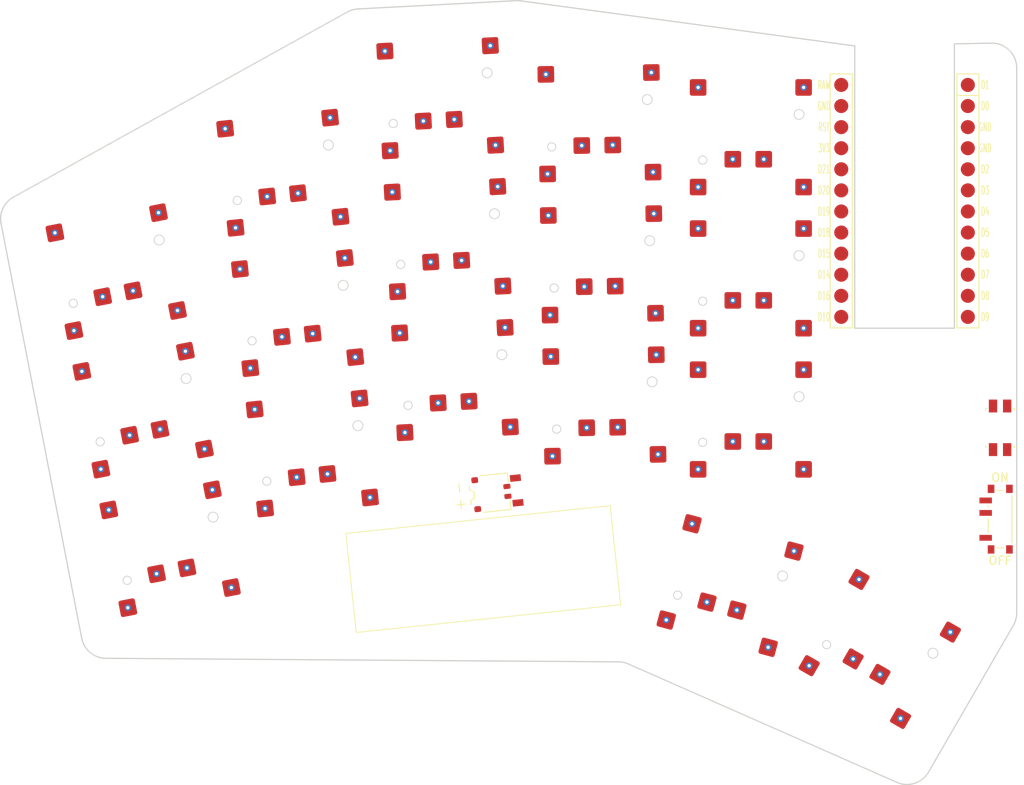
<source format=kicad_pcb>
(kicad_pcb (version 20240108) (generator "ergogen") (generator_version "4.1.0")
  (title_block (title "slimsplaydy_left_unrouted") (date "2025-05-30") (rev "v1.0.0") (company "Unknown"))
  (layers (0 "F.Cu" signal) (31 "B.Cu" signal) (34 "B.Paste" user) (35 "F.Paste" user) (36 "B.SilkS" user "B.Silkscreen") (37 "F.SilkS" user "F.Silkscreen") (38 "B.Mask" user) (39 "F.Mask" user) (44 "Edge.Cuts" user))
  (net 0 "")
  (net 1 "hand_pinky_bottom")
  (net 2 "GND")
  (net 3 "hand_pinky_home")
  (net 4 "hand_pinky_top")
  (net 5 "hand_ring_bottom")
  (net 6 "hand_ring_home")
  (net 7 "hand_ring_top")
  (net 8 "hand_middle_bottom")
  (net 9 "hand_middle_home")
  (net 10 "hand_middle_top")
  (net 11 "hand_index_bottom")
  (net 12 "hand_index_home")
  (net 13 "hand_index_top")
  (net 14 "hand_inner_bottom")
  (net 15 "hand_inner_home")
  (net 16 "hand_inner_top")
  (net 17 "thumb_near_fan")
  (net 18 "thumb_far_fan")
  (net 19 "RAW")
  (net 20 "RST")
  (net 21 "3V3")
  (net 22 "D1")
  (net 23 "P101")
  (net 24 "P102")
  (net 25 "P107")
  (net 26 "MCU1_24")
  (net 27 "MCU1_1")
  (net 28 "MCU1_23")
  (net 29 "MCU1_2")
  (net 30 "MCU1_22")
  (net 31 "MCU1_3")
  (net 32 "MCU1_21")
  (net 33 "MCU1_4")
  (net 34 "MCU1_20")
  (net 35 "MCU1_5")
  (net 36 "MCU1_19")
  (net 37 "MCU1_6")
  (net 38 "MCU1_18")
  (net 39 "MCU1_7")
  (net 40 "MCU1_17")
  (net 41 "MCU1_8")
  (net 42 "MCU1_16")
  (net 43 "MCU1_9")
  (net 44 "MCU1_15")
  (net 45 "MCU1_10")
  (net 46 "MCU1_14")
  (net 47 "MCU1_11")
  (net 48 "MCU1_13")
  (net 49 "MCU1_12")
  (net 50 "BAT_P")
  (footprint "PG1316S" (at 109.0596139 141.7956297 11) (layer "F.Cu")
    (property "Reference" "S1" hide)
    (fp_circle (center -5.8 2.75) (end -5.3 2.75) (stroke (width 0.1)) (fill none) (layer "Edge.Cuts"))
    (fp_circle (center 5.8 -2.75) (end 6.4 -2.75) (stroke (width 0.1)) (fill none) (layer "Edge.Cuts"))
    (pad "1" smd roundrect (at -2.175 2.65 11) (size 2 2) (layers "F.Cu" "F.Paste" "F.Mask") (roundrect_rratio 0.125) (net 1 "hand_pinky_bottom"))
    (pad "2" smd roundrect (at 1.55 2.65 11) (size 2 2) (layers "F.Cu" "F.Paste" "F.Mask") (roundrect_rratio 0.125) (net 2 "GND"))
    (pad "3" smd roundrect (at -6.35 -6 11) (size 2 2) (layers "F.Cu" "F.Paste" "F.Mask") (roundrect_rratio 0.125) (net 2 "GND"))
    (pad "3" smd roundrect (at -6.35 6 11) (size 2 2) (layers "F.Cu" "F.Paste" "F.Mask") (roundrect_rratio 0.125) (net 2 "GND"))
    (pad "3" smd roundrect (at 6.35 -6 11) (size 2 2) (layers "F.Cu" "F.Paste" "F.Mask") (roundrect_rratio 0.125) (net 2 "GND"))
    (pad "3" smd roundrect (at 6.35 6 11) (size 2 2) (layers "F.Cu" "F.Paste" "F.Mask") (roundrect_rratio 0.125) (net 2 "GND"))
    (pad "" thru_hole circle (at -2.175 2.65 11) (size 0.8 0.8) (layers "F.Cu" "B.Cu" "F.Paste" "B.Paste" "F.Mask" "B.Mask") (drill 0.4) (net 1 "hand_pinky_bottom"))
    (pad "" thru_hole circle (at 1.55 2.65 11) (size 0.8 0.8) (layers "F.Cu" "B.Cu" "F.Paste" "B.Paste" "F.Mask" "B.Mask") (drill 0.4) (net 2 "GND"))
    (pad "" thru_hole circle (at -6.35 -6 11) (size 0.8 0.8) (layers "F.Cu" "B.Cu" "F.Paste" "B.Paste" "F.Mask" "B.Mask") (drill 0.4) (net 2 "GND"))
    (pad "" thru_hole circle (at -6.35 6 11) (size 0.8 0.8) (layers "F.Cu" "B.Cu" "F.Paste" "B.Paste" "F.Mask" "B.Mask") (drill 0.4) (net 2 "GND"))
    (pad "" thru_hole circle (at 6.35 -6 11) (size 0.8 0.8) (layers "F.Cu" "B.Cu" "F.Paste" "B.Paste" "F.Mask" "B.Mask") (drill 0.4) (net 2 "GND"))
    (pad "" thru_hole circle (at 6.35 6 11) (size 0.8 0.8) (layers "F.Cu" "B.Cu" "F.Paste" "B.Paste" "F.Mask" "B.Mask") (drill 0.4) (net 2 "GND"))
  )
  (footprint "PG1316S" (at 105.815861 125.1079676 11) (layer "F.Cu")
    (property "Reference" "S2" hide)
    (fp_circle (center -5.8 2.75) (end -5.3 2.75) (stroke (width 0.1)) (fill none) (layer "Edge.Cuts"))
    (fp_circle (center 5.8 -2.75) (end 6.4 -2.75) (stroke (width 0.1)) (fill none) (layer "Edge.Cuts"))
    (pad "1" smd roundrect (at -2.175 2.65 11) (size 2 2) (layers "F.Cu" "F.Paste" "F.Mask") (roundrect_rratio 0.125) (net 3 "hand_pinky_home"))
    (pad "2" smd roundrect (at 1.55 2.65 11) (size 2 2) (layers "F.Cu" "F.Paste" "F.Mask") (roundrect_rratio 0.125) (net 2 "GND"))
    (pad "3" smd roundrect (at -6.35 -6 11) (size 2 2) (layers "F.Cu" "F.Paste" "F.Mask") (roundrect_rratio 0.125) (net 2 "GND"))
    (pad "3" smd roundrect (at -6.35 6 11) (size 2 2) (layers "F.Cu" "F.Paste" "F.Mask") (roundrect_rratio 0.125) (net 2 "GND"))
    (pad "3" smd roundrect (at 6.35 -6 11) (size 2 2) (layers "F.Cu" "F.Paste" "F.Mask") (roundrect_rratio 0.125) (net 2 "GND"))
    (pad "3" smd roundrect (at 6.35 6 11) (size 2 2) (layers "F.Cu" "F.Paste" "F.Mask") (roundrect_rratio 0.125) (net 2 "GND"))
    (pad "" thru_hole circle (at -2.175 2.65 11) (size 0.8 0.8) (layers "F.Cu" "B.Cu" "F.Paste" "B.Paste" "F.Mask" "B.Mask") (drill 0.4) (net 3 "hand_pinky_home"))
    (pad "" thru_hole circle (at 1.55 2.65 11) (size 0.8 0.8) (layers "F.Cu" "B.Cu" "F.Paste" "B.Paste" "F.Mask" "B.Mask") (drill 0.4) (net 2 "GND"))
    (pad "" thru_hole circle (at -6.35 -6 11) (size 0.8 0.8) (layers "F.Cu" "B.Cu" "F.Paste" "B.Paste" "F.Mask" "B.Mask") (drill 0.4) (net 2 "GND"))
    (pad "" thru_hole circle (at -6.35 6 11) (size 0.8 0.8) (layers "F.Cu" "B.Cu" "F.Paste" "B.Paste" "F.Mask" "B.Mask") (drill 0.4) (net 2 "GND"))
    (pad "" thru_hole circle (at 6.35 -6 11) (size 0.8 0.8) (layers "F.Cu" "B.Cu" "F.Paste" "B.Paste" "F.Mask" "B.Mask") (drill 0.4) (net 2 "GND"))
    (pad "" thru_hole circle (at 6.35 6 11) (size 0.8 0.8) (layers "F.Cu" "B.Cu" "F.Paste" "B.Paste" "F.Mask" "B.Mask") (drill 0.4) (net 2 "GND"))
  )
  (footprint "PG1316S" (at 102.5721081 108.4203055 11) (layer "F.Cu")
    (property "Reference" "S3" hide)
    (fp_circle (center -5.8 2.75) (end -5.3 2.75) (stroke (width 0.1)) (fill none) (layer "Edge.Cuts"))
    (fp_circle (center 5.8 -2.75) (end 6.4 -2.75) (stroke (width 0.1)) (fill none) (layer "Edge.Cuts"))
    (pad "1" smd roundrect (at -2.175 2.65 11) (size 2 2) (layers "F.Cu" "F.Paste" "F.Mask") (roundrect_rratio 0.125) (net 4 "hand_pinky_top"))
    (pad "2" smd roundrect (at 1.55 2.65 11) (size 2 2) (layers "F.Cu" "F.Paste" "F.Mask") (roundrect_rratio 0.125) (net 2 "GND"))
    (pad "3" smd roundrect (at -6.35 -6 11) (size 2 2) (layers "F.Cu" "F.Paste" "F.Mask") (roundrect_rratio 0.125) (net 2 "GND"))
    (pad "3" smd roundrect (at -6.35 6 11) (size 2 2) (layers "F.Cu" "F.Paste" "F.Mask") (roundrect_rratio 0.125) (net 2 "GND"))
    (pad "3" smd roundrect (at 6.35 -6 11) (size 2 2) (layers "F.Cu" "F.Paste" "F.Mask") (roundrect_rratio 0.125) (net 2 "GND"))
    (pad "3" smd roundrect (at 6.35 6 11) (size 2 2) (layers "F.Cu" "F.Paste" "F.Mask") (roundrect_rratio 0.125) (net 2 "GND"))
    (pad "" thru_hole circle (at -2.175 2.65 11) (size 0.8 0.8) (layers "F.Cu" "B.Cu" "F.Paste" "B.Paste" "F.Mask" "B.Mask") (drill 0.4) (net 4 "hand_pinky_top"))
    (pad "" thru_hole circle (at 1.55 2.65 11) (size 0.8 0.8) (layers "F.Cu" "B.Cu" "F.Paste" "B.Paste" "F.Mask" "B.Mask") (drill 0.4) (net 2 "GND"))
    (pad "" thru_hole circle (at -6.35 -6 11) (size 0.8 0.8) (layers "F.Cu" "B.Cu" "F.Paste" "B.Paste" "F.Mask" "B.Mask") (drill 0.4) (net 2 "GND"))
    (pad "" thru_hole circle (at -6.35 6 11) (size 0.8 0.8) (layers "F.Cu" "B.Cu" "F.Paste" "B.Paste" "F.Mask" "B.Mask") (drill 0.4) (net 2 "GND"))
    (pad "" thru_hole circle (at 6.35 -6 11) (size 0.8 0.8) (layers "F.Cu" "B.Cu" "F.Paste" "B.Paste" "F.Mask" "B.Mask") (drill 0.4) (net 2 "GND"))
    (pad "" thru_hole circle (at 6.35 6 11) (size 0.8 0.8) (layers "F.Cu" "B.Cu" "F.Paste" "B.Paste" "F.Mask" "B.Mask") (drill 0.4) (net 2 "GND"))
  )
  (footprint "PG1316S" (at 126.1840585 130.3172413 6) (layer "F.Cu")
    (property "Reference" "S4" hide)
    (fp_circle (center -5.8 2.75) (end -5.3 2.75) (stroke (width 0.1)) (fill none) (layer "Edge.Cuts"))
    (fp_circle (center 5.8 -2.75) (end 6.4 -2.75) (stroke (width 0.1)) (fill none) (layer "Edge.Cuts"))
    (pad "1" smd roundrect (at -2.175 2.65 6) (size 2 2) (layers "F.Cu" "F.Paste" "F.Mask") (roundrect_rratio 0.125) (net 5 "hand_ring_bottom"))
    (pad "2" smd roundrect (at 1.55 2.65 6) (size 2 2) (layers "F.Cu" "F.Paste" "F.Mask") (roundrect_rratio 0.125) (net 2 "GND"))
    (pad "3" smd roundrect (at -6.35 -6 6) (size 2 2) (layers "F.Cu" "F.Paste" "F.Mask") (roundrect_rratio 0.125) (net 2 "GND"))
    (pad "3" smd roundrect (at -6.35 6 6) (size 2 2) (layers "F.Cu" "F.Paste" "F.Mask") (roundrect_rratio 0.125) (net 2 "GND"))
    (pad "3" smd roundrect (at 6.35 -6 6) (size 2 2) (layers "F.Cu" "F.Paste" "F.Mask") (roundrect_rratio 0.125) (net 2 "GND"))
    (pad "3" smd roundrect (at 6.35 6 6) (size 2 2) (layers "F.Cu" "F.Paste" "F.Mask") (roundrect_rratio 0.125) (net 2 "GND"))
    (pad "" thru_hole circle (at -2.175 2.65 6) (size 0.8 0.8) (layers "F.Cu" "B.Cu" "F.Paste" "B.Paste" "F.Mask" "B.Mask") (drill 0.4) (net 5 "hand_ring_bottom"))
    (pad "" thru_hole circle (at 1.55 2.65 6) (size 0.8 0.8) (layers "F.Cu" "B.Cu" "F.Paste" "B.Paste" "F.Mask" "B.Mask") (drill 0.4) (net 2 "GND"))
    (pad "" thru_hole circle (at -6.35 -6 6) (size 0.8 0.8) (layers "F.Cu" "B.Cu" "F.Paste" "B.Paste" "F.Mask" "B.Mask") (drill 0.4) (net 2 "GND"))
    (pad "" thru_hole circle (at -6.35 6 6) (size 0.8 0.8) (layers "F.Cu" "B.Cu" "F.Paste" "B.Paste" "F.Mask" "B.Mask") (drill 0.4) (net 2 "GND"))
    (pad "" thru_hole circle (at 6.35 -6 6) (size 0.8 0.8) (layers "F.Cu" "B.Cu" "F.Paste" "B.Paste" "F.Mask" "B.Mask") (drill 0.4) (net 2 "GND"))
    (pad "" thru_hole circle (at 6.35 6 6) (size 0.8 0.8) (layers "F.Cu" "B.Cu" "F.Paste" "B.Paste" "F.Mask" "B.Mask") (drill 0.4) (net 2 "GND"))
  )
  (footprint "PG1316S" (at 124.4070746 113.4103691 6) (layer "F.Cu")
    (property "Reference" "S5" hide)
    (fp_circle (center -5.8 2.75) (end -5.3 2.75) (stroke (width 0.1)) (fill none) (layer "Edge.Cuts"))
    (fp_circle (center 5.8 -2.75) (end 6.4 -2.75) (stroke (width 0.1)) (fill none) (layer "Edge.Cuts"))
    (pad "1" smd roundrect (at -2.175 2.65 6) (size 2 2) (layers "F.Cu" "F.Paste" "F.Mask") (roundrect_rratio 0.125) (net 6 "hand_ring_home"))
    (pad "2" smd roundrect (at 1.55 2.65 6) (size 2 2) (layers "F.Cu" "F.Paste" "F.Mask") (roundrect_rratio 0.125) (net 2 "GND"))
    (pad "3" smd roundrect (at -6.35 -6 6) (size 2 2) (layers "F.Cu" "F.Paste" "F.Mask") (roundrect_rratio 0.125) (net 2 "GND"))
    (pad "3" smd roundrect (at -6.35 6 6) (size 2 2) (layers "F.Cu" "F.Paste" "F.Mask") (roundrect_rratio 0.125) (net 2 "GND"))
    (pad "3" smd roundrect (at 6.35 -6 6) (size 2 2) (layers "F.Cu" "F.Paste" "F.Mask") (roundrect_rratio 0.125) (net 2 "GND"))
    (pad "3" smd roundrect (at 6.35 6 6) (size 2 2) (layers "F.Cu" "F.Paste" "F.Mask") (roundrect_rratio 0.125) (net 2 "GND"))
    (pad "" thru_hole circle (at -2.175 2.65 6) (size 0.8 0.8) (layers "F.Cu" "B.Cu" "F.Paste" "B.Paste" "F.Mask" "B.Mask") (drill 0.4) (net 6 "hand_ring_home"))
    (pad "" thru_hole circle (at 1.55 2.65 6) (size 0.8 0.8) (layers "F.Cu" "B.Cu" "F.Paste" "B.Paste" "F.Mask" "B.Mask") (drill 0.4) (net 2 "GND"))
    (pad "" thru_hole circle (at -6.35 -6 6) (size 0.8 0.8) (layers "F.Cu" "B.Cu" "F.Paste" "B.Paste" "F.Mask" "B.Mask") (drill 0.4) (net 2 "GND"))
    (pad "" thru_hole circle (at -6.35 6 6) (size 0.8 0.8) (layers "F.Cu" "B.Cu" "F.Paste" "B.Paste" "F.Mask" "B.Mask") (drill 0.4) (net 2 "GND"))
    (pad "" thru_hole circle (at 6.35 -6 6) (size 0.8 0.8) (layers "F.Cu" "B.Cu" "F.Paste" "B.Paste" "F.Mask" "B.Mask") (drill 0.4) (net 2 "GND"))
    (pad "" thru_hole circle (at 6.35 6 6) (size 0.8 0.8) (layers "F.Cu" "B.Cu" "F.Paste" "B.Paste" "F.Mask" "B.Mask") (drill 0.4) (net 2 "GND"))
  )
  (footprint "PG1316S" (at 122.6300906 96.5034968 6) (layer "F.Cu")
    (property "Reference" "S6" hide)
    (fp_circle (center -5.8 2.75) (end -5.3 2.75) (stroke (width 0.1)) (fill none) (layer "Edge.Cuts"))
    (fp_circle (center 5.8 -2.75) (end 6.4 -2.75) (stroke (width 0.1)) (fill none) (layer "Edge.Cuts"))
    (pad "1" smd roundrect (at -2.175 2.65 6) (size 2 2) (layers "F.Cu" "F.Paste" "F.Mask") (roundrect_rratio 0.125) (net 7 "hand_ring_top"))
    (pad "2" smd roundrect (at 1.55 2.65 6) (size 2 2) (layers "F.Cu" "F.Paste" "F.Mask") (roundrect_rratio 0.125) (net 2 "GND"))
    (pad "3" smd roundrect (at -6.35 -6 6) (size 2 2) (layers "F.Cu" "F.Paste" "F.Mask") (roundrect_rratio 0.125) (net 2 "GND"))
    (pad "3" smd roundrect (at -6.35 6 6) (size 2 2) (layers "F.Cu" "F.Paste" "F.Mask") (roundrect_rratio 0.125) (net 2 "GND"))
    (pad "3" smd roundrect (at 6.35 -6 6) (size 2 2) (layers "F.Cu" "F.Paste" "F.Mask") (roundrect_rratio 0.125) (net 2 "GND"))
    (pad "3" smd roundrect (at 6.35 6 6) (size 2 2) (layers "F.Cu" "F.Paste" "F.Mask") (roundrect_rratio 0.125) (net 2 "GND"))
    (pad "" thru_hole circle (at -2.175 2.65 6) (size 0.8 0.8) (layers "F.Cu" "B.Cu" "F.Paste" "B.Paste" "F.Mask" "B.Mask") (drill 0.4) (net 7 "hand_ring_top"))
    (pad "" thru_hole circle (at 1.55 2.65 6) (size 0.8 0.8) (layers "F.Cu" "B.Cu" "F.Paste" "B.Paste" "F.Mask" "B.Mask") (drill 0.4) (net 2 "GND"))
    (pad "" thru_hole circle (at -6.35 -6 6) (size 0.8 0.8) (layers "F.Cu" "B.Cu" "F.Paste" "B.Paste" "F.Mask" "B.Mask") (drill 0.4) (net 2 "GND"))
    (pad "" thru_hole circle (at -6.35 6 6) (size 0.8 0.8) (layers "F.Cu" "B.Cu" "F.Paste" "B.Paste" "F.Mask" "B.Mask") (drill 0.4) (net 2 "GND"))
    (pad "" thru_hole circle (at 6.35 -6 6) (size 0.8 0.8) (layers "F.Cu" "B.Cu" "F.Paste" "B.Paste" "F.Mask" "B.Mask") (drill 0.4) (net 2 "GND"))
    (pad "" thru_hole circle (at 6.35 6 6) (size 0.8 0.8) (layers "F.Cu" "B.Cu" "F.Paste" "B.Paste" "F.Mask" "B.Mask") (drill 0.4) (net 2 "GND"))
  )
  (footprint "PG1316S" (at 143.3537534 121.4740757 3) (layer "F.Cu")
    (property "Reference" "S7" hide)
    (fp_circle (center -5.8 2.75) (end -5.3 2.75) (stroke (width 0.1)) (fill none) (layer "Edge.Cuts"))
    (fp_circle (center 5.8 -2.75) (end 6.4 -2.75) (stroke (width 0.1)) (fill none) (layer "Edge.Cuts"))
    (pad "1" smd roundrect (at -2.175 2.65 3) (size 2 2) (layers "F.Cu" "F.Paste" "F.Mask") (roundrect_rratio 0.125) (net 8 "hand_middle_bottom"))
    (pad "2" smd roundrect (at 1.55 2.65 3) (size 2 2) (layers "F.Cu" "F.Paste" "F.Mask") (roundrect_rratio 0.125) (net 2 "GND"))
    (pad "3" smd roundrect (at -6.35 -6 3) (size 2 2) (layers "F.Cu" "F.Paste" "F.Mask") (roundrect_rratio 0.125) (net 2 "GND"))
    (pad "3" smd roundrect (at -6.35 6 3) (size 2 2) (layers "F.Cu" "F.Paste" "F.Mask") (roundrect_rratio 0.125) (net 2 "GND"))
    (pad "3" smd roundrect (at 6.35 -6 3) (size 2 2) (layers "F.Cu" "F.Paste" "F.Mask") (roundrect_rratio 0.125) (net 2 "GND"))
    (pad "3" smd roundrect (at 6.35 6 3) (size 2 2) (layers "F.Cu" "F.Paste" "F.Mask") (roundrect_rratio 0.125) (net 2 "GND"))
    (pad "" thru_hole circle (at -2.175 2.65 3) (size 0.8 0.8) (layers "F.Cu" "B.Cu" "F.Paste" "B.Paste" "F.Mask" "B.Mask") (drill 0.4) (net 8 "hand_middle_bottom"))
    (pad "" thru_hole circle (at 1.55 2.65 3) (size 0.8 0.8) (layers "F.Cu" "B.Cu" "F.Paste" "B.Paste" "F.Mask" "B.Mask") (drill 0.4) (net 2 "GND"))
    (pad "" thru_hole circle (at -6.35 -6 3) (size 0.8 0.8) (layers "F.Cu" "B.Cu" "F.Paste" "B.Paste" "F.Mask" "B.Mask") (drill 0.4) (net 2 "GND"))
    (pad "" thru_hole circle (at -6.35 6 3) (size 0.8 0.8) (layers "F.Cu" "B.Cu" "F.Paste" "B.Paste" "F.Mask" "B.Mask") (drill 0.4) (net 2 "GND"))
    (pad "" thru_hole circle (at 6.35 -6 3) (size 0.8 0.8) (layers "F.Cu" "B.Cu" "F.Paste" "B.Paste" "F.Mask" "B.Mask") (drill 0.4) (net 2 "GND"))
    (pad "" thru_hole circle (at 6.35 6 3) (size 0.8 0.8) (layers "F.Cu" "B.Cu" "F.Paste" "B.Paste" "F.Mask" "B.Mask") (drill 0.4) (net 2 "GND"))
  )
  (footprint "PG1316S" (at 142.4640421 104.4973736 3) (layer "F.Cu")
    (property "Reference" "S8" hide)
    (fp_circle (center -5.8 2.75) (end -5.3 2.75) (stroke (width 0.1)) (fill none) (layer "Edge.Cuts"))
    (fp_circle (center 5.8 -2.75) (end 6.4 -2.75) (stroke (width 0.1)) (fill none) (layer "Edge.Cuts"))
    (pad "1" smd roundrect (at -2.175 2.65 3) (size 2 2) (layers "F.Cu" "F.Paste" "F.Mask") (roundrect_rratio 0.125) (net 9 "hand_middle_home"))
    (pad "2" smd roundrect (at 1.55 2.65 3) (size 2 2) (layers "F.Cu" "F.Paste" "F.Mask") (roundrect_rratio 0.125) (net 2 "GND"))
    (pad "3" smd roundrect (at -6.35 -6 3) (size 2 2) (layers "F.Cu" "F.Paste" "F.Mask") (roundrect_rratio 0.125) (net 2 "GND"))
    (pad "3" smd roundrect (at -6.35 6 3) (size 2 2) (layers "F.Cu" "F.Paste" "F.Mask") (roundrect_rratio 0.125) (net 2 "GND"))
    (pad "3" smd roundrect (at 6.35 -6 3) (size 2 2) (layers "F.Cu" "F.Paste" "F.Mask") (roundrect_rratio 0.125) (net 2 "GND"))
    (pad "3" smd roundrect (at 6.35 6 3) (size 2 2) (layers "F.Cu" "F.Paste" "F.Mask") (roundrect_rratio 0.125) (net 2 "GND"))
    (pad "" thru_hole circle (at -2.175 2.65 3) (size 0.8 0.8) (layers "F.Cu" "B.Cu" "F.Paste" "B.Paste" "F.Mask" "B.Mask") (drill 0.4) (net 9 "hand_middle_home"))
    (pad "" thru_hole circle (at 1.55 2.65 3) (size 0.8 0.8) (layers "F.Cu" "B.Cu" "F.Paste" "B.Paste" "F.Mask" "B.Mask") (drill 0.4) (net 2 "GND"))
    (pad "" thru_hole circle (at -6.35 -6 3) (size 0.8 0.8) (layers "F.Cu" "B.Cu" "F.Paste" "B.Paste" "F.Mask" "B.Mask") (drill 0.4) (net 2 "GND"))
    (pad "" thru_hole circle (at -6.35 6 3) (size 0.8 0.8) (layers "F.Cu" "B.Cu" "F.Paste" "B.Paste" "F.Mask" "B.Mask") (drill 0.4) (net 2 "GND"))
    (pad "" thru_hole circle (at 6.35 -6 3) (size 0.8 0.8) (layers "F.Cu" "B.Cu" "F.Paste" "B.Paste" "F.Mask" "B.Mask") (drill 0.4) (net 2 "GND"))
    (pad "" thru_hole circle (at 6.35 6 3) (size 0.8 0.8) (layers "F.Cu" "B.Cu" "F.Paste" "B.Paste" "F.Mask" "B.Mask") (drill 0.4) (net 2 "GND"))
  )
  (footprint "PG1316S" (at 141.5743308 87.5206715 3) (layer "F.Cu")
    (property "Reference" "S9" hide)
    (fp_circle (center -5.8 2.75) (end -5.3 2.75) (stroke (width 0.1)) (fill none) (layer "Edge.Cuts"))
    (fp_circle (center 5.8 -2.75) (end 6.4 -2.75) (stroke (width 0.1)) (fill none) (layer "Edge.Cuts"))
    (pad "1" smd roundrect (at -2.175 2.65 3) (size 2 2) (layers "F.Cu" "F.Paste" "F.Mask") (roundrect_rratio 0.125) (net 10 "hand_middle_top"))
    (pad "2" smd roundrect (at 1.55 2.65 3) (size 2 2) (layers "F.Cu" "F.Paste" "F.Mask") (roundrect_rratio 0.125) (net 2 "GND"))
    (pad "3" smd roundrect (at -6.35 -6 3) (size 2 2) (layers "F.Cu" "F.Paste" "F.Mask") (roundrect_rratio 0.125) (net 2 "GND"))
    (pad "3" smd roundrect (at -6.35 6 3) (size 2 2) (layers "F.Cu" "F.Paste" "F.Mask") (roundrect_rratio 0.125) (net 2 "GND"))
    (pad "3" smd roundrect (at 6.35 -6 3) (size 2 2) (layers "F.Cu" "F.Paste" "F.Mask") (roundrect_rratio 0.125) (net 2 "GND"))
    (pad "3" smd roundrect (at 6.35 6 3) (size 2 2) (layers "F.Cu" "F.Paste" "F.Mask") (roundrect_rratio 0.125) (net 2 "GND"))
    (pad "" thru_hole circle (at -2.175 2.65 3) (size 0.8 0.8) (layers "F.Cu" "B.Cu" "F.Paste" "B.Paste" "F.Mask" "B.Mask") (drill 0.4) (net 10 "hand_middle_top"))
    (pad "" thru_hole circle (at 1.55 2.65 3) (size 0.8 0.8) (layers "F.Cu" "B.Cu" "F.Paste" "B.Paste" "F.Mask" "B.Mask") (drill 0.4) (net 2 "GND"))
    (pad "" thru_hole circle (at -6.35 -6 3) (size 0.8 0.8) (layers "F.Cu" "B.Cu" "F.Paste" "B.Paste" "F.Mask" "B.Mask") (drill 0.4) (net 2 "GND"))
    (pad "" thru_hole circle (at -6.35 6 3) (size 0.8 0.8) (layers "F.Cu" "B.Cu" "F.Paste" "B.Paste" "F.Mask" "B.Mask") (drill 0.4) (net 2 "GND"))
    (pad "" thru_hole circle (at 6.35 -6 3) (size 0.8 0.8) (layers "F.Cu" "B.Cu" "F.Paste" "B.Paste" "F.Mask" "B.Mask") (drill 0.4) (net 2 "GND"))
    (pad "" thru_hole circle (at 6.35 6 3) (size 0.8 0.8) (layers "F.Cu" "B.Cu" "F.Paste" "B.Paste" "F.Mask" "B.Mask") (drill 0.4) (net 2 "GND"))
  )
  (footprint "PG1316S" (at 161.3387029 124.5370139 1) (layer "F.Cu")
    (property "Reference" "S10" hide)
    (fp_circle (center -5.8 2.75) (end -5.3 2.75) (stroke (width 0.1)) (fill none) (layer "Edge.Cuts"))
    (fp_circle (center 5.8 -2.75) (end 6.4 -2.75) (stroke (width 0.1)) (fill none) (layer "Edge.Cuts"))
    (pad "1" smd roundrect (at -2.175 2.65 1) (size 2 2) (layers "F.Cu" "F.Paste" "F.Mask") (roundrect_rratio 0.125) (net 11 "hand_index_bottom"))
    (pad "2" smd roundrect (at 1.55 2.65 1) (size 2 2) (layers "F.Cu" "F.Paste" "F.Mask") (roundrect_rratio 0.125) (net 2 "GND"))
    (pad "3" smd roundrect (at -6.35 -6 1) (size 2 2) (layers "F.Cu" "F.Paste" "F.Mask") (roundrect_rratio 0.125) (net 2 "GND"))
    (pad "3" smd roundrect (at -6.35 6 1) (size 2 2) (layers "F.Cu" "F.Paste" "F.Mask") (roundrect_rratio 0.125) (net 2 "GND"))
    (pad "3" smd roundrect (at 6.35 -6 1) (size 2 2) (layers "F.Cu" "F.Paste" "F.Mask") (roundrect_rratio 0.125) (net 2 "GND"))
    (pad "3" smd roundrect (at 6.35 6 1) (size 2 2) (layers "F.Cu" "F.Paste" "F.Mask") (roundrect_rratio 0.125) (net 2 "GND"))
    (pad "" thru_hole circle (at -2.175 2.65 1) (size 0.8 0.8) (layers "F.Cu" "B.Cu" "F.Paste" "B.Paste" "F.Mask" "B.Mask") (drill 0.4) (net 11 "hand_index_bottom"))
    (pad "" thru_hole circle (at 1.55 2.65 1) (size 0.8 0.8) (layers "F.Cu" "B.Cu" "F.Paste" "B.Paste" "F.Mask" "B.Mask") (drill 0.4) (net 2 "GND"))
    (pad "" thru_hole circle (at -6.35 -6 1) (size 0.8 0.8) (layers "F.Cu" "B.Cu" "F.Paste" "B.Paste" "F.Mask" "B.Mask") (drill 0.4) (net 2 "GND"))
    (pad "" thru_hole circle (at -6.35 6 1) (size 0.8 0.8) (layers "F.Cu" "B.Cu" "F.Paste" "B.Paste" "F.Mask" "B.Mask") (drill 0.4) (net 2 "GND"))
    (pad "" thru_hole circle (at 6.35 -6 1) (size 0.8 0.8) (layers "F.Cu" "B.Cu" "F.Paste" "B.Paste" "F.Mask" "B.Mask") (drill 0.4) (net 2 "GND"))
    (pad "" thru_hole circle (at 6.35 6 1) (size 0.8 0.8) (layers "F.Cu" "B.Cu" "F.Paste" "B.Paste" "F.Mask" "B.Mask") (drill 0.4) (net 2 "GND"))
  )
  (footprint "PG1316S" (at 161.042012 107.5396031 1) (layer "F.Cu")
    (property "Reference" "S11" hide)
    (fp_circle (center -5.8 2.75) (end -5.3 2.75) (stroke (width 0.1)) (fill none) (layer "Edge.Cuts"))
    (fp_circle (center 5.8 -2.75) (end 6.4 -2.75) (stroke (width 0.1)) (fill none) (layer "Edge.Cuts"))
    (pad "1" smd roundrect (at -2.175 2.65 1) (size 2 2) (layers "F.Cu" "F.Paste" "F.Mask") (roundrect_rratio 0.125) (net 12 "hand_index_home"))
    (pad "2" smd roundrect (at 1.55 2.65 1) (size 2 2) (layers "F.Cu" "F.Paste" "F.Mask") (roundrect_rratio 0.125) (net 2 "GND"))
    (pad "3" smd roundrect (at -6.35 -6 1) (size 2 2) (layers "F.Cu" "F.Paste" "F.Mask") (roundrect_rratio 0.125) (net 2 "GND"))
    (pad "3" smd roundrect (at -6.35 6 1) (size 2 2) (layers "F.Cu" "F.Paste" "F.Mask") (roundrect_rratio 0.125) (net 2 "GND"))
    (pad "3" smd roundrect (at 6.35 -6 1) (size 2 2) (layers "F.Cu" "F.Paste" "F.Mask") (roundrect_rratio 0.125) (net 2 "GND"))
    (pad "3" smd roundrect (at 6.35 6 1) (size 2 2) (layers "F.Cu" "F.Paste" "F.Mask") (roundrect_rratio 0.125) (net 2 "GND"))
    (pad "" thru_hole circle (at -2.175 2.65 1) (size 0.8 0.8) (layers "F.Cu" "B.Cu" "F.Paste" "B.Paste" "F.Mask" "B.Mask") (drill 0.4) (net 12 "hand_index_home"))
    (pad "" thru_hole circle (at 1.55 2.65 1) (size 0.8 0.8) (layers "F.Cu" "B.Cu" "F.Paste" "B.Paste" "F.Mask" "B.Mask") (drill 0.4) (net 2 "GND"))
    (pad "" thru_hole circle (at -6.35 -6 1) (size 0.8 0.8) (layers "F.Cu" "B.Cu" "F.Paste" "B.Paste" "F.Mask" "B.Mask") (drill 0.4) (net 2 "GND"))
    (pad "" thru_hole circle (at -6.35 6 1) (size 0.8 0.8) (layers "F.Cu" "B.Cu" "F.Paste" "B.Paste" "F.Mask" "B.Mask") (drill 0.4) (net 2 "GND"))
    (pad "" thru_hole circle (at 6.35 -6 1) (size 0.8 0.8) (layers "F.Cu" "B.Cu" "F.Paste" "B.Paste" "F.Mask" "B.Mask") (drill 0.4) (net 2 "GND"))
    (pad "" thru_hole circle (at 6.35 6 1) (size 0.8 0.8) (layers "F.Cu" "B.Cu" "F.Paste" "B.Paste" "F.Mask" "B.Mask") (drill 0.4) (net 2 "GND"))
  )
  (footprint "PG1316S" (at 160.745321 90.5421923 1) (layer "F.Cu")
    (property "Reference" "S12" hide)
    (fp_circle (center -5.8 2.75) (end -5.3 2.75) (stroke (width 0.1)) (fill none) (layer "Edge.Cuts"))
    (fp_circle (center 5.8 -2.75) (end 6.4 -2.75) (stroke (width 0.1)) (fill none) (layer "Edge.Cuts"))
    (pad "1" smd roundrect (at -2.175 2.65 1) (size 2 2) (layers "F.Cu" "F.Paste" "F.Mask") (roundrect_rratio 0.125) (net 13 "hand_index_top"))
    (pad "2" smd roundrect (at 1.55 2.65 1) (size 2 2) (layers "F.Cu" "F.Paste" "F.Mask") (roundrect_rratio 0.125) (net 2 "GND"))
    (pad "3" smd roundrect (at -6.35 -6 1) (size 2 2) (layers "F.Cu" "F.Paste" "F.Mask") (roundrect_rratio 0.125) (net 2 "GND"))
    (pad "3" smd roundrect (at -6.35 6 1) (size 2 2) (layers "F.Cu" "F.Paste" "F.Mask") (roundrect_rratio 0.125) (net 2 "GND"))
    (pad "3" smd roundrect (at 6.35 -6 1) (size 2 2) (layers "F.Cu" "F.Paste" "F.Mask") (roundrect_rratio 0.125) (net 2 "GND"))
    (pad "3" smd roundrect (at 6.35 6 1) (size 2 2) (layers "F.Cu" "F.Paste" "F.Mask") (roundrect_rratio 0.125) (net 2 "GND"))
    (pad "" thru_hole circle (at -2.175 2.65 1) (size 0.8 0.8) (layers "F.Cu" "B.Cu" "F.Paste" "B.Paste" "F.Mask" "B.Mask") (drill 0.4) (net 13 "hand_index_top"))
    (pad "" thru_hole circle (at 1.55 2.65 1) (size 0.8 0.8) (layers "F.Cu" "B.Cu" "F.Paste" "B.Paste" "F.Mask" "B.Mask") (drill 0.4) (net 2 "GND"))
    (pad "" thru_hole circle (at -6.35 -6 1) (size 0.8 0.8) (layers "F.Cu" "B.Cu" "F.Paste" "B.Paste" "F.Mask" "B.Mask") (drill 0.4) (net 2 "GND"))
    (pad "" thru_hole circle (at -6.35 6 1) (size 0.8 0.8) (layers "F.Cu" "B.Cu" "F.Paste" "B.Paste" "F.Mask" "B.Mask") (drill 0.4) (net 2 "GND"))
    (pad "" thru_hole circle (at 6.35 -6 1) (size 0.8 0.8) (layers "F.Cu" "B.Cu" "F.Paste" "B.Paste" "F.Mask" "B.Mask") (drill 0.4) (net 2 "GND"))
    (pad "" thru_hole circle (at 6.35 6 1) (size 0.8 0.8) (layers "F.Cu" "B.Cu" "F.Paste" "B.Paste" "F.Mask" "B.Mask") (drill 0.4) (net 2 "GND"))
  )
  (footprint "PG1316S" (at 178.9709271 126.2295469 0) (layer "F.Cu")
    (property "Reference" "S13" hide)
    (fp_circle (center -5.8 2.75) (end -5.3 2.75) (stroke (width 0.1)) (fill none) (layer "Edge.Cuts"))
    (fp_circle (center 5.8 -2.75) (end 6.4 -2.75) (stroke (width 0.1)) (fill none) (layer "Edge.Cuts"))
    (pad "1" smd roundrect (at -2.175 2.65 0) (size 2 2) (layers "F.Cu" "F.Paste" "F.Mask") (roundrect_rratio 0.125) (net 14 "hand_inner_bottom"))
    (pad "2" smd roundrect (at 1.55 2.65 0) (size 2 2) (layers "F.Cu" "F.Paste" "F.Mask") (roundrect_rratio 0.125) (net 2 "GND"))
    (pad "3" smd roundrect (at -6.35 -6 0) (size 2 2) (layers "F.Cu" "F.Paste" "F.Mask") (roundrect_rratio 0.125) (net 2 "GND"))
    (pad "3" smd roundrect (at -6.35 6 0) (size 2 2) (layers "F.Cu" "F.Paste" "F.Mask") (roundrect_rratio 0.125) (net 2 "GND"))
    (pad "3" smd roundrect (at 6.35 -6 0) (size 2 2) (layers "F.Cu" "F.Paste" "F.Mask") (roundrect_rratio 0.125) (net 2 "GND"))
    (pad "3" smd roundrect (at 6.35 6 0) (size 2 2) (layers "F.Cu" "F.Paste" "F.Mask") (roundrect_rratio 0.125) (net 2 "GND"))
    (pad "" thru_hole circle (at -2.175 2.65 0) (size 0.8 0.8) (layers "F.Cu" "B.Cu" "F.Paste" "B.Paste" "F.Mask" "B.Mask") (drill 0.4) (net 14 "hand_inner_bottom"))
    (pad "" thru_hole circle (at 1.55 2.65 0) (size 0.8 0.8) (layers "F.Cu" "B.Cu" "F.Paste" "B.Paste" "F.Mask" "B.Mask") (drill 0.4) (net 2 "GND"))
    (pad "" thru_hole circle (at -6.35 -6 0) (size 0.8 0.8) (layers "F.Cu" "B.Cu" "F.Paste" "B.Paste" "F.Mask" "B.Mask") (drill 0.4) (net 2 "GND"))
    (pad "" thru_hole circle (at -6.35 6 0) (size 0.8 0.8) (layers "F.Cu" "B.Cu" "F.Paste" "B.Paste" "F.Mask" "B.Mask") (drill 0.4) (net 2 "GND"))
    (pad "" thru_hole circle (at 6.35 -6 0) (size 0.8 0.8) (layers "F.Cu" "B.Cu" "F.Paste" "B.Paste" "F.Mask" "B.Mask") (drill 0.4) (net 2 "GND"))
    (pad "" thru_hole circle (at 6.35 6 0) (size 0.8 0.8) (layers "F.Cu" "B.Cu" "F.Paste" "B.Paste" "F.Mask" "B.Mask") (drill 0.4) (net 2 "GND"))
  )
  (footprint "PG1316S" (at 178.9709271 109.2295469 0) (layer "F.Cu")
    (property "Reference" "S14" hide)
    (fp_circle (center -5.8 2.75) (end -5.3 2.75) (stroke (width 0.1)) (fill none) (layer "Edge.Cuts"))
    (fp_circle (center 5.8 -2.75) (end 6.4 -2.75) (stroke (width 0.1)) (fill none) (layer "Edge.Cuts"))
    (pad "1" smd roundrect (at -2.175 2.65 0) (size 2 2) (layers "F.Cu" "F.Paste" "F.Mask") (roundrect_rratio 0.125) (net 15 "hand_inner_home"))
    (pad "2" smd roundrect (at 1.55 2.65 0) (size 2 2) (layers "F.Cu" "F.Paste" "F.Mask") (roundrect_rratio 0.125) (net 2 "GND"))
    (pad "3" smd roundrect (at -6.35 -6 0) (size 2 2) (layers "F.Cu" "F.Paste" "F.Mask") (roundrect_rratio 0.125) (net 2 "GND"))
    (pad "3" smd roundrect (at -6.35 6 0) (size 2 2) (layers "F.Cu" "F.Paste" "F.Mask") (roundrect_rratio 0.125) (net 2 "GND"))
    (pad "3" smd roundrect (at 6.35 -6 0) (size 2 2) (layers "F.Cu" "F.Paste" "F.Mask") (roundrect_rratio 0.125) (net 2 "GND"))
    (pad "3" smd roundrect (at 6.35 6 0) (size 2 2) (layers "F.Cu" "F.Paste" "F.Mask") (roundrect_rratio 0.125) (net 2 "GND"))
    (pad "" thru_hole circle (at -2.175 2.65 0) (size 0.8 0.8) (layers "F.Cu" "B.Cu" "F.Paste" "B.Paste" "F.Mask" "B.Mask") (drill 0.4) (net 15 "hand_inner_home"))
    (pad "" thru_hole circle (at 1.55 2.65 0) (size 0.8 0.8) (layers "F.Cu" "B.Cu" "F.Paste" "B.Paste" "F.Mask" "B.Mask") (drill 0.4) (net 2 "GND"))
    (pad "" thru_hole circle (at -6.35 -6 0) (size 0.8 0.8) (layers "F.Cu" "B.Cu" "F.Paste" "B.Paste" "F.Mask" "B.Mask") (drill 0.4) (net 2 "GND"))
    (pad "" thru_hole circle (at -6.35 6 0) (size 0.8 0.8) (layers "F.Cu" "B.Cu" "F.Paste" "B.Paste" "F.Mask" "B.Mask") (drill 0.4) (net 2 "GND"))
    (pad "" thru_hole circle (at 6.35 -6 0) (size 0.8 0.8) (layers "F.Cu" "B.Cu" "F.Paste" "B.Paste" "F.Mask" "B.Mask") (drill 0.4) (net 2 "GND"))
    (pad "" thru_hole circle (at 6.35 6 0) (size 0.8 0.8) (layers "F.Cu" "B.Cu" "F.Paste" "B.Paste" "F.Mask" "B.Mask") (drill 0.4) (net 2 "GND"))
  )
  (footprint "PG1316S" (at 178.9709271 92.2295469 0) (layer "F.Cu")
    (property "Reference" "S15" hide)
    (fp_circle (center -5.8 2.75) (end -5.3 2.75) (stroke (width 0.1)) (fill none) (layer "Edge.Cuts"))
    (fp_circle (center 5.8 -2.75) (end 6.4 -2.75) (stroke (width 0.1)) (fill none) (layer "Edge.Cuts"))
    (pad "1" smd roundrect (at -2.175 2.65 0) (size 2 2) (layers "F.Cu" "F.Paste" "F.Mask") (roundrect_rratio 0.125) (net 16 "hand_inner_top"))
    (pad "2" smd roundrect (at 1.55 2.65 0) (size 2 2) (layers "F.Cu" "F.Paste" "F.Mask") (roundrect_rratio 0.125) (net 2 "GND"))
    (pad "3" smd roundrect (at -6.35 -6 0) (size 2 2) (layers "F.Cu" "F.Paste" "F.Mask") (roundrect_rratio 0.125) (net 2 "GND"))
    (pad "3" smd roundrect (at -6.35 6 0) (size 2 2) (layers "F.Cu" "F.Paste" "F.Mask") (roundrect_rratio 0.125) (net 2 "GND"))
    (pad "3" smd roundrect (at 6.35 -6 0) (size 2 2) (layers "F.Cu" "F.Paste" "F.Mask") (roundrect_rratio 0.125) (net 2 "GND"))
    (pad "3" smd roundrect (at 6.35 6 0) (size 2 2) (layers "F.Cu" "F.Paste" "F.Mask") (roundrect_rratio 0.125) (net 2 "GND"))
    (pad "" thru_hole circle (at -2.175 2.65 0) (size 0.8 0.8) (layers "F.Cu" "B.Cu" "F.Paste" "B.Paste" "F.Mask" "B.Mask") (drill 0.4) (net 16 "hand_inner_top"))
    (pad "" thru_hole circle (at 1.55 2.65 0) (size 0.8 0.8) (layers "F.Cu" "B.Cu" "F.Paste" "B.Paste" "F.Mask" "B.Mask") (drill 0.4) (net 2 "GND"))
    (pad "" thru_hole circle (at -6.35 -6 0) (size 0.8 0.8) (layers "F.Cu" "B.Cu" "F.Paste" "B.Paste" "F.Mask" "B.Mask") (drill 0.4) (net 2 "GND"))
    (pad "" thru_hole circle (at -6.35 6 0) (size 0.8 0.8) (layers "F.Cu" "B.Cu" "F.Paste" "B.Paste" "F.Mask" "B.Mask") (drill 0.4) (net 2 "GND"))
    (pad "" thru_hole circle (at 6.35 -6 0) (size 0.8 0.8) (layers "F.Cu" "B.Cu" "F.Paste" "B.Paste" "F.Mask" "B.Mask") (drill 0.4) (net 2 "GND"))
    (pad "" thru_hole circle (at 6.35 6 0) (size 0.8 0.8) (layers "F.Cu" "B.Cu" "F.Paste" "B.Paste" "F.Mask" "B.Mask") (drill 0.4) (net 2 "GND"))
  )
  (footprint "PG1316S" (at 176.4709271 146.2295469 -15) (layer "F.Cu")
    (property "Reference" "S16" hide)
    (fp_circle (center -5.8 2.75) (end -5.3 2.75) (stroke (width 0.1)) (fill none) (layer "Edge.Cuts"))
    (fp_circle (center 5.8 -2.75) (end 6.4 -2.75) (stroke (width 0.1)) (fill none) (layer "Edge.Cuts"))
    (pad "1" smd roundrect (at -2.175 2.65 -15) (size 2 2) (layers "F.Cu" "F.Paste" "F.Mask") (roundrect_rratio 0.125) (net 17 "thumb_near_fan"))
    (pad "2" smd roundrect (at 1.55 2.65 -15) (size 2 2) (layers "F.Cu" "F.Paste" "F.Mask") (roundrect_rratio 0.125) (net 2 "GND"))
    (pad "3" smd roundrect (at -6.35 -6 -15) (size 2 2) (layers "F.Cu" "F.Paste" "F.Mask") (roundrect_rratio 0.125) (net 2 "GND"))
    (pad "3" smd roundrect (at -6.35 6 -15) (size 2 2) (layers "F.Cu" "F.Paste" "F.Mask") (roundrect_rratio 0.125) (net 2 "GND"))
    (pad "3" smd roundrect (at 6.35 -6 -15) (size 2 2) (layers "F.Cu" "F.Paste" "F.Mask") (roundrect_rratio 0.125) (net 2 "GND"))
    (pad "3" smd roundrect (at 6.35 6 -15) (size 2 2) (layers "F.Cu" "F.Paste" "F.Mask") (roundrect_rratio 0.125) (net 2 "GND"))
    (pad "" thru_hole circle (at -2.175 2.65 -15) (size 0.8 0.8) (layers "F.Cu" "B.Cu" "F.Paste" "B.Paste" "F.Mask" "B.Mask") (drill 0.4) (net 17 "thumb_near_fan"))
    (pad "" thru_hole circle (at 1.55 2.65 -15) (size 0.8 0.8) (layers "F.Cu" "B.Cu" "F.Paste" "B.Paste" "F.Mask" "B.Mask") (drill 0.4) (net 2 "GND"))
    (pad "" thru_hole circle (at -6.35 -6 -15) (size 0.8 0.8) (layers "F.Cu" "B.Cu" "F.Paste" "B.Paste" "F.Mask" "B.Mask") (drill 0.4) (net 2 "GND"))
    (pad "" thru_hole circle (at -6.35 6 -15) (size 0.8 0.8) (layers "F.Cu" "B.Cu" "F.Paste" "B.Paste" "F.Mask" "B.Mask") (drill 0.4) (net 2 "GND"))
    (pad "" thru_hole circle (at 6.35 -6 -15) (size 0.8 0.8) (layers "F.Cu" "B.Cu" "F.Paste" "B.Paste" "F.Mask" "B.Mask") (drill 0.4) (net 2 "GND"))
    (pad "" thru_hole circle (at 6.35 6 -15) (size 0.8 0.8) (layers "F.Cu" "B.Cu" "F.Paste" "B.Paste" "F.Mask" "B.Mask") (drill 0.4) (net 2 "GND"))
  )
  (footprint "PG1316S" (at 194.4897424 153.8615215 -30) (layer "F.Cu")
    (property "Reference" "S17" hide)
    (fp_circle (center -5.8 2.75) (end -5.3 2.75) (stroke (width 0.1)) (fill none) (layer "Edge.Cuts"))
    (fp_circle (center 5.8 -2.75) (end 6.4 -2.75) (stroke (width 0.1)) (fill none) (layer "Edge.Cuts"))
    (pad "1" smd roundrect (at -2.175 2.65 -30) (size 2 2) (layers "F.Cu" "F.Paste" "F.Mask") (roundrect_rratio 0.125) (net 18 "thumb_far_fan"))
    (pad "2" smd roundrect (at 1.55 2.65 -30) (size 2 2) (layers "F.Cu" "F.Paste" "F.Mask") (roundrect_rratio 0.125) (net 2 "GND"))
    (pad "3" smd roundrect (at -6.35 -6 -30) (size 2 2) (layers "F.Cu" "F.Paste" "F.Mask") (roundrect_rratio 0.125) (net 2 "GND"))
    (pad "3" smd roundrect (at -6.35 6 -30) (size 2 2) (layers "F.Cu" "F.Paste" "F.Mask") (roundrect_rratio 0.125) (net 2 "GND"))
    (pad "3" smd roundrect (at 6.35 -6 -30) (size 2 2) (layers "F.Cu" "F.Paste" "F.Mask") (roundrect_rratio 0.125) (net 2 "GND"))
    (pad "3" smd roundrect (at 6.35 6 -30) (size 2 2) (layers "F.Cu" "F.Paste" "F.Mask") (roundrect_rratio 0.125) (net 2 "GND"))
    (pad "" thru_hole circle (at -2.175 2.65 -30) (size 0.8 0.8) (layers "F.Cu" "B.Cu" "F.Paste" "B.Paste" "F.Mask" "B.Mask") (drill 0.4) (net 18 "thumb_far_fan"))
    (pad "" thru_hole circle (at 1.55 2.65 -30) (size 0.8 0.8) (layers "F.Cu" "B.Cu" "F.Paste" "B.Paste" "F.Mask" "B.Mask") (drill 0.4) (net 2 "GND"))
    (pad "" thru_hole circle (at -6.35 -6 -30) (size 0.8 0.8) (layers "F.Cu" "B.Cu" "F.Paste" "B.Paste" "F.Mask" "B.Mask") (drill 0.4) (net 2 "GND"))
    (pad "" thru_hole circle (at -6.35 6 -30) (size 0.8 0.8) (layers "F.Cu" "B.Cu" "F.Paste" "B.Paste" "F.Mask" "B.Mask") (drill 0.4) (net 2 "GND"))
    (pad "" thru_hole circle (at 6.35 -6 -30) (size 0.8 0.8) (layers "F.Cu" "B.Cu" "F.Paste" "B.Paste" "F.Mask" "B.Mask") (drill 0.4) (net 2 "GND"))
    (pad "" thru_hole circle (at 6.35 6 -30) (size 0.8 0.8) (layers "F.Cu" "B.Cu" "F.Paste" "B.Paste" "F.Mask" "B.Mask") (drill 0.4) (net 2 "GND"))
  )
  (footprint "ceoloide:mcu_nice_nano" (layer "F.Cu") (at 197.4709271 98.62954690000001 0)
    (property "Reference" "MCU1" hide)
    (pad "24" smd circle (at -7.62 -12.7 0) (size 1.7 1.7) (drill 1) (layers "F.Cu" "F.Mask" "F.Paste") (net 19 "RAW"))
    (pad "1" smd circle (at 7.62 -12.7 0) (size 1.7 1.7) (drill 1) (layers "F.Cu" "F.Mask" "F.Paste") (net 22 "D1"))
    (fp_text user "RAW" (at -9.7 -12.7 0) (layer "F.SilkS") (effects (font (size 1 .5) (thickness 0.1))))
    (fp_text user "D1" (at 9.7 -12.7 0) (layer "F.SilkS") (effects (font (size 1 .5) (thickness 0.1))))
    (pad "23" smd circle (at -7.62 -10.16 0) (size 1.7 1.7) (drill 1) (layers "F.Cu" "F.Mask" "F.Paste") (net 2 "GND"))
    (pad "2" smd circle (at 7.62 -10.16 0) (size 1.7 1.7) (drill 1) (layers "F.Cu" "F.Mask" "F.Paste") (net 18 "thumb_far_fan"))
    (fp_text user "GND" (at -9.7 -10.16 0) (layer "F.SilkS") (effects (font (size 1 .5) (thickness 0.1))))
    (fp_text user "D0" (at 9.7 -10.16 0) (layer "F.SilkS") (effects (font (size 1 .5) (thickness 0.1))))
    (pad "22" smd circle (at -7.62 -7.619999999999999 0) (size 1.7 1.7) (drill 1) (layers "F.Cu" "F.Mask" "F.Paste") (net 20 "RST"))
    (pad "3" smd circle (at 7.62 -7.619999999999999 0) (size 1.7 1.7) (drill 1) (layers "F.Cu" "F.Mask" "F.Paste") (net 2 "GND"))
    (fp_text user "RST" (at -9.7 -7.619999999999999 0) (layer "F.SilkS") (effects (font (size 1 .5) (thickness 0.1))))
    (fp_text user "GND" (at 9.7 -7.619999999999999 0) (layer "F.SilkS") (effects (font (size 1 .5) (thickness 0.1))))
    (pad "21" smd circle (at -7.62 -5.079999999999999 0) (size 1.7 1.7) (drill 1) (layers "F.Cu" "F.Mask" "F.Paste") (net 21 "3V3"))
    (pad "4" smd circle (at 7.62 -5.079999999999999 0) (size 1.7 1.7) (drill 1) (layers "F.Cu" "F.Mask" "F.Paste") (net 2 "GND"))
    (fp_text user "3V3" (at -9.7 -5.079999999999999 0) (layer "F.SilkS") (effects (font (size 1 .5) (thickness 0.1))))
    (fp_text user "GND" (at 9.7 -5.079999999999999 0) (layer "F.SilkS") (effects (font (size 1 .5) (thickness 0.1))))
    (pad "20" smd circle (at -7.62 -2.539999999999999 0) (size 1.7 1.7) (drill 1) (layers "F.Cu" "F.Mask" "F.Paste") (net 16 "hand_inner_top"))
    (pad "5" smd circle (at 7.62 -2.539999999999999 0) (size 1.7 1.7) (drill 1) (layers "F.Cu" "F.Mask" "F.Paste") (net 17 "thumb_near_fan"))
    (fp_text user "D21" (at -9.7 -2.539999999999999 0) (layer "F.SilkS") (effects (font (size 1 .5) (thickness 0.1))))
    (fp_text user "D2" (at 9.7 -2.539999999999999 0) (layer "F.SilkS") (effects (font (size 1 .5) (thickness 0.1))))
    (pad "19" smd circle (at -7.62 0 0) (size 1.7 1.7) (drill 1) (layers "F.Cu" "F.Mask" "F.Paste") (net 13 "hand_index_top"))
    (pad "6" smd circle (at 7.62 0 0) (size 1.7 1.7) (drill 1) (layers "F.Cu" "F.Mask" "F.Paste") (net 1 "hand_pinky_bottom"))
    (fp_text user "D20" (at -9.7 0 0) (layer "F.SilkS") (effects (font (size 1 .5) (thickness 0.1))))
    (fp_text user "D3" (at 9.7 0 0) (layer "F.SilkS") (effects (font (size 1 .5) (thickness 0.1))))
    (pad "18" smd circle (at -7.62 2.540000000000001 0) (size 1.7 1.7) (drill 1) (layers "F.Cu" "F.Mask" "F.Paste") (net 10 "hand_middle_top"))
    (pad "7" smd circle (at 7.62 2.540000000000001 0) (size 1.7 1.7) (drill 1) (layers "F.Cu" "F.Mask" "F.Paste") (net 5 "hand_ring_bottom"))
    (fp_text user "D19" (at -9.7 2.540000000000001 0) (layer "F.SilkS") (effects (font (size 1 .5) (thickness 0.1))))
    (fp_text user "D4" (at 9.7 2.540000000000001 0) (layer "F.SilkS") (effects (font (size 1 .5) (thickness 0.1))))
    (pad "17" smd circle (at -7.62 5.080000000000002 0) (size 1.7 1.7) (drill 1) (layers "F.Cu" "F.Mask" "F.Paste") (net 9 "hand_middle_home"))
    (pad "8" smd circle (at 7.62 5.080000000000002 0) (size 1.7 1.7) (drill 1) (layers "F.Cu" "F.Mask" "F.Paste") (net 14 "hand_inner_bottom"))
    (fp_text user "D18" (at -9.7 5.080000000000002 0) (layer "F.SilkS") (effects (font (size 1 .5) (thickness 0.1))))
    (fp_text user "D5" (at 9.7 5.080000000000002 0) (layer "F.SilkS") (effects (font (size 1 .5) (thickness 0.1))))
    (pad "16" smd circle (at -7.62 7.620000000000001 0) (size 1.7 1.7) (drill 1) (layers "F.Cu" "F.Mask" "F.Paste") (net 12 "hand_index_home"))
    (pad "9" smd circle (at 7.62 7.620000000000001 0) (size 1.7 1.7) (drill 1) (layers "F.Cu" "F.Mask" "F.Paste") (net 11 "hand_index_bottom"))
    (fp_text user "D15" (at -9.7 7.620000000000001 0) (layer "F.SilkS") (effects (font (size 1 .5) (thickness 0.1))))
    (fp_text user "D6" (at 9.7 7.620000000000001 0) (layer "F.SilkS") (effects (font (size 1 .5) (thickness 0.1))))
    (pad "15" smd circle (at -7.62 10.16 0) (size 1.7 1.7) (drill 1) (layers "F.Cu" "F.Mask" "F.Paste") (net 15 "hand_inner_home"))
    (pad "10" smd circle (at 7.62 10.16 0) (size 1.7 1.7) (drill 1) (layers "F.Cu" "F.Mask" "F.Paste") (net 3 "hand_pinky_home"))
    (fp_text user "D14" (at -9.7 10.16 0) (layer "F.SilkS") (effects (font (size 1 .5) (thickness 0.1))))
    (fp_text user "D7" (at 9.7 10.16 0) (layer "F.SilkS") (effects (font (size 1 .5) (thickness 0.1))))
    (pad "14" smd circle (at -7.62 12.7 0) (size 1.7 1.7) (drill 1) (layers "F.Cu" "F.Mask" "F.Paste") (net 7 "hand_ring_top"))
    (pad "11" smd circle (at 7.62 12.7 0) (size 1.7 1.7) (drill 1) (layers "F.Cu" "F.Mask" "F.Paste") (net 8 "hand_middle_bottom"))
    (fp_text user "D16" (at -9.7 12.7 0) (layer "F.SilkS") (effects (font (size 1 .5) (thickness 0.1))))
    (fp_text user "D8" (at 9.7 12.7 0) (layer "F.SilkS") (effects (font (size 1 .5) (thickness 0.1))))
    (pad "13" smd circle (at -7.62 15.240000000000002 0) (size 1.7 1.7) (drill 1) (layers "F.Cu" "F.Mask" "F.Paste") (net 6 "hand_ring_home"))
    (pad "12" smd circle (at 7.62 15.240000000000002 0) (size 1.7 1.7) (drill 1) (layers "F.Cu" "F.Mask" "F.Paste") (net 4 "hand_pinky_top"))
    (fp_text user "D10" (at -9.7 15.240000000000002 0) (layer "F.SilkS") (effects (font (size 1 .5) (thickness 0.1))))
    (fp_text user "D9" (at 9.7 15.240000000000002 0) (layer "F.SilkS") (effects (font (size 1 .5) (thickness 0.1))))
  )
  (footprint "ceoloide:power_switch_smd_side" (layer "F.Cu") (at 208.9709271 138.2295469 0)
    (property "Reference" "PWR1" hide)
    (pad "" smd rect (at 1.125 -3.65 90) (size 1 0.8) (layers "F.Cu" "F.Paste" "F.Mask"))
    (pad "" smd rect (at -1.085 -3.65 90) (size 1 0.8) (layers "F.Cu" "F.Paste" "F.Mask"))
    (pad "" smd rect (at -1.085 3.65 90) (size 1 0.8) (layers "F.Cu" "F.Paste" "F.Mask"))
    (pad "" smd rect (at 1.125 3.65 90) (size 1 0.8) (layers "F.Cu" "F.Paste" "F.Mask"))
    (pad "1" smd rect (at -1.735 2.25 90) (size 0.7 1.5) (layers "F.Cu" "F.Paste" "F.Mask"))
    (pad "2" smd rect (at -1.735 -0.75 90) (size 0.7 1.5) (layers "F.Cu" "F.Paste" "F.Mask") (net 50 "BAT_P"))
    (pad "3" smd rect (at -1.735 -2.25 90) (size 0.7 1.5) (layers "F.Cu" "F.Paste" "F.Mask") (net 19 "RAW"))
    (fp_text user "ON" (at 0 -5 0) (layer "F.SilkS"))
    (fp_text user "OFF" (at 0 5 0) (layer "F.SilkS"))
    (pad "" np_thru_hole circle (at 0.025 -1.5 90) (size 0.9 0.9) (drill 0.9) (layers "*.Cu" "*.Mask"))
    (pad "" np_thru_hole circle (at 0.025 1.5 90) (size 0.9 0.9) (drill 0.9) (layers "*.Cu" "*.Mask"))
  )
  (footprint "ceoloide:reset_switch_smd_side" (layer "F.Cu") (at 208.9709271 127.2295469 -90)
    (property "Reference" "RST1" hide)
    (pad "1" smd rect (at 2.625 -0.85 90) (size 1.55 1) (layers "F.Cu" "F.Paste" "F.Mask") (net 2 "GND"))
    (pad "2" smd rect (at 2.625 0.85 90) (size 1.55 1) (layers "F.Cu" "F.Paste" "F.Mask") (net 20 "RST"))
    (pad "3" smd rect (at -2.625 -0.85 90) (size 1.55 1) (layers "F.Cu" "F.Paste" "F.Mask") (net 2 "GND"))
    (pad "4" smd rect (at -2.625 0.85 90) (size 1.55 1) (layers "F.Cu" "F.Paste" "F.Mask") (net 20 "RST"))
  )
  (footprint "ceoloide:battery_connector_molex_pico_ezmate_1x02" (layer "F.Cu") (at 147.80071750000002 135.08379680000002 -84)
    (property "Reference" "CONN1" hide)
    (pad "" smd roundrect (at 1.75 1.9 -84) (size 0.7 0.8) (layers "F.Cu" "F.Paste" "F.Mask"))
    (pad "" smd roundrect (at -1.75 1.9 -84) (size 0.7 0.8) (layers "F.Cu" "F.Paste" "F.Mask"))
    (pad "2" smd roundrect (at 0.6 -1.875 -84) (size 0.6 0.85) (layers "F.Cu" "F.Paste" "F.Mask") (net 50 "BAT_P"))
    (pad "1" smd roundrect (at -0.6 -1.875 -84) (size 0.6 0.85) (layers "F.Cu" "F.Paste" "F.Mask") (net 2 "GND"))
  )
  (module SMDPad (layer F.Cu) (at 150.94107590000002 136.2619943 6)
    (fp_text reference "PAD1" hide)
    (fp_text value "" hide)
    (pad 1 smd rect (at 0 0 6) (size 1.3 0.8) (layers F.Cu F.Paste F.Mask) (net 50 "BAT_P"))
  )
  (module SMDPad (layer F.Cu) (at 150.62749050000002 133.2784286 6)
    (fp_text reference "PAD2" hide)
    (fp_text value "" hide)
    (pad 1 smd rect (at 0 0 6) (size 1.3 0.8) (layers F.Cu F.Paste F.Mask) (net 2 "GND"))
  )
  (footprint "Battery_301230" (at 146.7524299 144.2435508 6) (layer "F.Cu")
    (property "Reference" "XX1" hide)
  )
  (footprint "ceoloide:mounting_hole_npth" (layer "F.Cu") (at 208.77092710000002 84.2295469 0)
    (property "Reference" "MH1" hide)
    (pad "" np_thru_hole circle (at 0 0 0) (size 1.2 1.2) (drill 1.2) (layers "*.Cu" "*.Mask"))
  )
  (footprint "ceoloide:mounting_hole_npth" (layer "F.Cu") (at 190.9709271 119.2295469 0)
    (property "Reference" "MH2" hide)
    (pad "" np_thru_hole circle (at 0 0 0) (size 2.2 2.2) (drill 2.2) (layers "*.Cu" "*.Mask"))
  )
  (footprint "ceoloide:mounting_hole_npth" (layer "F.Cu") (at 206.9709271 119.2295469 0)
    (property "Reference" "MH3" hide)
    (pad "" np_thru_hole circle (at 0 0 0) (size 2.2 2.2) (drill 2.2) (layers "*.Cu" "*.Mask"))
  )
  (footprint "ceoloide:mounting_hole_npth" (layer "F.Cu") (at 191.9709271 136.2295469 0)
    (property "Reference" "MH4" hide)
    (pad "" np_thru_hole circle (at 0 0 0) (size 2.2 2.2) (drill 2.2) (layers "*.Cu" "*.Mask"))
  )
  (footprint "ceoloide:mounting_hole_npth" (layer "F.Cu") (at 206.9709271 147.2295469 0)
    (property "Reference" "MH5" hide)
    (pad "" np_thru_hole circle (at 0 0 0) (size 2.2 2.2) (drill 2.2) (layers "*.Cu" "*.Mask"))
  )
  (footprint "ceoloide:mounting_hole_npth" (layer "F.Cu") (at 197.89999640000002 167.9547882 -30)
    (property "Reference" "MH6" hide)
    (pad "" np_thru_hole circle (at 0 0 -30) (size 1.2 1.2) (drill 1.2) (layers "*.Cu" "*.Mask"))
  )
  (footprint "ceoloide:mounting_hole_npth" (layer "F.Cu") (at 181.6272319 159.8274335 -15)
    (property "Reference" "MH7" hide)
    (pad "" np_thru_hole circle (at 0 0 -15) (size 2.2 2.2) (drill 2.2) (layers "*.Cu" "*.Mask"))
  )
  (footprint "ceoloide:mounting_hole_npth" (layer "F.Cu") (at 162.06748290000002 151.6876413 -15)
    (property "Reference" "MH8" hide)
    (pad "" np_thru_hole circle (at 0 0 -15) (size 2.2 2.2) (drill 2.2) (layers "*.Cu" "*.Mask"))
  )
  (footprint "ceoloide:mounting_hole_npth" (layer "F.Cu") (at 166.9709271 136.2295469 0)
    (property "Reference" "MH9" hide)
    (pad "" np_thru_hole circle (at 0 0 0) (size 2.2 2.2) (drill 2.2) (layers "*.Cu" "*.Mask"))
  )
  (footprint "ceoloide:mounting_hole_npth" (layer "F.Cu") (at 138.4893224 133.7454779 3)
    (property "Reference" "MH10" hide)
    (pad "" np_thru_hole circle (at 0 0 3) (size 2.2 2.2) (drill 2.2) (layers "*.Cu" "*.Mask"))
  )
  (footprint "ceoloide:mounting_hole_npth" (layer "F.Cu") (at 121.47126870000001 142.8786748 6)
    (property "Reference" "MH11" hide)
    (pad "" np_thru_hole circle (at 0 0 6) (size 2.2 2.2) (drill 2.2) (layers "*.Cu" "*.Mask"))
  )
  (footprint "ceoloide:mounting_hole_npth" (layer "F.Cu") (at 127.2461658 151.50383920000002 11)
    (property "Reference" "MH12" hide)
    (pad "" np_thru_hole circle (at 0 0 11) (size 2.2 2.2) (drill 2.2) (layers "*.Cu" "*.Mask"))
  )
  (footprint "ceoloide:mounting_hole_npth" (layer "F.Cu") (at 100.8597021 153.06733970000002 11)
    (property "Reference" "MH13" hide)
    (pad "" np_thru_hole circle (at 0 0 11) (size 1.2 1.2) (drill 1.2) (layers "*.Cu" "*.Mask"))
  )
  (footprint "ceoloide:mounting_hole_npth" (layer "F.Cu") (at 95.8032637 127.0542194 11)
    (property "Reference" "MH14" hide)
    (pad "" np_thru_hole circle (at 0 0 11) (size 1.2 1.2) (drill 1.2) (layers "*.Cu" "*.Mask"))
  )
  (footprint "ceoloide:mounting_hole_npth" (layer "F.Cu") (at 91.2238479 103.495167 11)
    (property "Reference" "MH15" hide)
    (pad "" np_thru_hole circle (at 0 0 11) (size 1.2 1.2) (drill 1.2) (layers "*.Cu" "*.Mask"))
  )
  (footprint "ceoloide:mounting_hole_npth" (layer "F.Cu") (at 108.2886702 93.9888077 6)
    (property "Reference" "MH16" hide)
    (pad "" np_thru_hole circle (at 0 0 6) (size 2.2 2.2) (drill 2.2) (layers "*.Cu" "*.Mask"))
  )
  (footprint "ceoloide:mounting_hole_npth" (layer "F.Cu") (at 129.27676060000002 82.15692580000001 3)
    (property "Reference" "MH17" hide)
    (pad "" np_thru_hole circle (at 0 0 3) (size 2.2 2.2) (drill 2.2) (layers "*.Cu" "*.Mask"))
  )
  (footprint "ceoloide:mounting_hole_npth" (layer "F.Cu") (at 153.13919760000002 78.9036037 3)
    (property "Reference" "MH18" hide)
    (pad "" np_thru_hole circle (at 0 0 3) (size 2.2 2.2) (drill 2.2) (layers "*.Cu" "*.Mask"))
  )
  (footprint "ceoloide:mounting_hole_npth" (layer "F.Cu") (at 179.9709271 81.9295469 0)
    (property "Reference" "MH19" hide)
    (pad "" np_thru_hole circle (at 0 0 0) (size 1.2 1.2) (drill 1.2) (layers "*.Cu" "*.Mask"))
  )
  (footprint "ceoloide:mounting_hole_npth" (layer "F.Cu") (at 114.1139355 113.81717669999999 11)
    (property "Reference" "MH20" hide)
    (pad "" np_thru_hole circle (at 0 0 11) (size 1.2 1.2) (drill 1.2) (layers "*.Cu" "*.Mask"))
  )
  (gr_line (start 210.56855517497414 151.02599510467076) (end 200.36128028635804 168.6933268159978) (layer Edge.Cuts) (stroke (width 0.15)))
  (gr_line (start 196.55290353202153 169.93738022589505) (end 164.22267570003584 155.6764615771085) (layer Edge.Cuts) (stroke (width 0.15)))
  (gr_line (start 163.03263241997854 155.42136233100737) (end 101.3437852626219 154.99558968480252) (layer Edge.Cuts) (stroke (width 0.15)))
  (gr_line (start 98.41960906192695 152.56808818548797) (end 88.71401496757734 102.63713488830615) (layer Edge.Cuts) (stroke (width 0.15)))
  (gr_line (start 90.2035587675773 99.44135278830603) (end 130.39312803275237 77.14570552951875) (layer Edge.Cuts) (stroke (width 0.15)))
  (gr_line (start 131.69145782779992 76.77317203501904) (end 150.69161435977378 75.77741604904138) (layer Edge.Cuts) (stroke (width 0.15)))
  (gr_line (start 151.2499413629367 75.80026865679811) (end 191.24052527492404 81.19844583190942) (layer Edge.Cuts) (stroke (width 0.15)))
  (gr_line (start 203.4709271 80.98339305384616) (end 207.9094016020504 80.89234742303486) (layer Edge.Cuts) (stroke (width 0.15)))
  (gr_line (start 210.9709271 83.89171642307693) (end 210.9709271 149.5252192613545) (layer Edge.Cuts) (stroke (width 0.15)))
  (gr_arc (start 196.5529035113839 169.93738027268165) (mid 198.69519711138392 170.04425647268167) (end 200.36128041138392 168.69332687268167) (layer Edge.Cuts) (stroke (width 0.15)))
  (gr_arc (start 164.22267572067346 155.676461530322) (mid 163.64072642067345 155.487929030322) (end 163.03263242067345 155.421362230322) (layer Edge.Cuts) (stroke (width 0.15)))
  (gr_arc (start 98.41960916192696 152.56808818548794) (mid 99.44827896192695 154.30393598548793) (end 101.34378526192695 154.99558968548794) (layer Edge.Cuts) (stroke (width 0.15)))
  (gr_arc (start 90.20355876757733 99.44135278830609) (mid 88.93975356757733 100.79732408830608) (end 88.71401496757733 102.6371348883061) (layer Edge.Cuts) (stroke (width 0.15)))
  (gr_arc (start 131.6914578327524 76.77317202951872) (mid 131.0210541327524 76.88541882951871) (end 130.3931280327524 77.14570552951872) (layer Edge.Cuts) (stroke (width 0.15)))
  (gr_arc (start 151.24994136472628 75.80026864354106) (mid 150.97131106472628 75.77581444354105) (end 150.6916143647263 75.77741604354105) (layer Edge.Cuts) (stroke (width 0.15)))
  (gr_arc (start 191.2405252731345 81.19844584516648) (mid 191.3555130731345 81.21171434516648) (end 191.4709270731345 81.22053714516647) (layer Edge.Cuts) (stroke (width 0.15)))
  (gr_arc (start 210.9709271 83.89171642307693) (mid 210.0703822 81.74875392307693) (end 207.90940160000002 80.89234742307693) (layer Edge.Cuts) (stroke (width 0.15)))
  (gr_arc (start 210.56855520000002 151.0259951613545) (mid 210.8685886 150.30210916135448) (end 210.9709271 149.5252192613545) (layer Edge.Cuts) (stroke (width 0.15)))
  (gr_line (start 191.4709270731345 81.22053714516647) (end 191.4709271 115.2295469) (layer Edge.Cuts) (stroke (width 0.15)))
  (gr_line (start 191.4709271 115.2295469) (end 203.4709271 115.2295469) (layer Edge.Cuts) (stroke (width 0.15)))
  (gr_line (start 203.4709271 115.2295469) (end 203.4709271 80.98339305384616) (layer Edge.Cuts) (stroke (width 0.15)))
)
</source>
